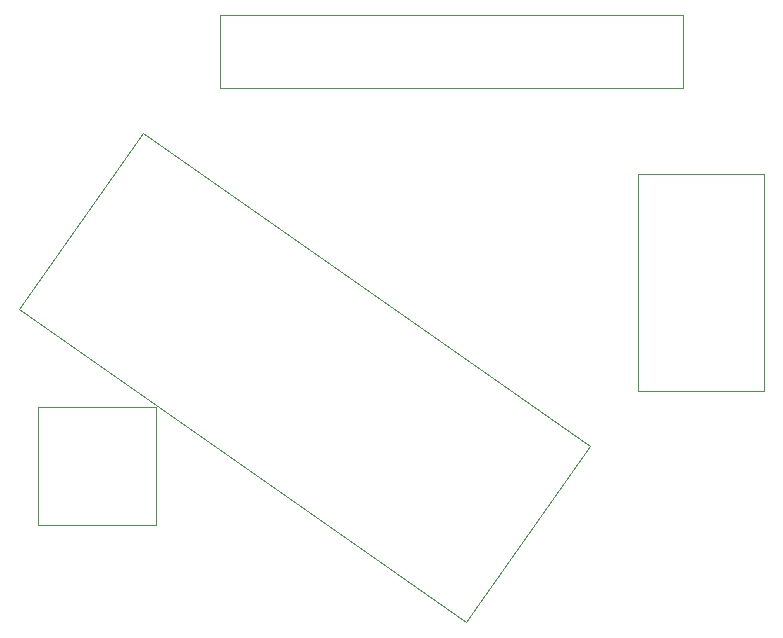
<source format=gbr>
G04 #@! TF.GenerationSoftware,KiCad,Pcbnew,7.0.5-7.0.5~ubuntu20.04.1*
G04 #@! TF.CreationDate,2023-08-30T13:21:52+01:00*
G04 #@! TF.ProjectId,Swarm-B_20230626,53776172-6d2d-4425-9f32-303233303632,rev?*
G04 #@! TF.SameCoordinates,Original*
G04 #@! TF.FileFunction,Other,User*
%FSLAX46Y46*%
G04 Gerber Fmt 4.6, Leading zero omitted, Abs format (unit mm)*
G04 Created by KiCad (PCBNEW 7.0.5-7.0.5~ubuntu20.04.1) date 2023-08-30 13:21:52*
%MOMM*%
%LPD*%
G01*
G04 APERTURE LIST*
%ADD10C,0.050000*%
G04 APERTURE END LIST*
D10*
X92700012Y-81796374D02*
X130561219Y-108307077D01*
X92700012Y-81796374D02*
X82215034Y-96770473D01*
X120076242Y-123281176D02*
X130561219Y-108307077D01*
X120076242Y-123281176D02*
X82215034Y-96770473D01*
X145314000Y-103718000D02*
X134614000Y-103718000D01*
X145314000Y-85268000D02*
X145314000Y-103718000D01*
X134614000Y-103718000D02*
X134614000Y-85268000D01*
X134614000Y-85268000D02*
X145314000Y-85268000D01*
X83789000Y-105028000D02*
X93819000Y-105028000D01*
X83789000Y-115068000D02*
X83789000Y-105028000D01*
X93819000Y-105028000D02*
X93819000Y-115068000D01*
X93819000Y-115068000D02*
X83789000Y-115068000D01*
X138414000Y-71848000D02*
X138414000Y-77998000D01*
X99264000Y-71848000D02*
X138414000Y-71848000D01*
X138414000Y-77998000D02*
X99264000Y-77998000D01*
X99264000Y-77998000D02*
X99264000Y-71848000D01*
M02*

</source>
